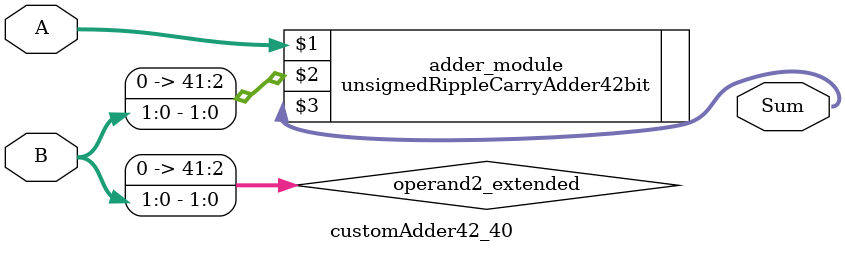
<source format=v>
module customAdder42_40(
                        input [41 : 0] A,
                        input [1 : 0] B,
                        
                        output [42 : 0] Sum
                );

        wire [41 : 0] operand2_extended;
        
        assign operand2_extended =  {40'b0, B};
        
        unsignedRippleCarryAdder42bit adder_module(
            A,
            operand2_extended,
            Sum
        );
        
        endmodule
        
</source>
